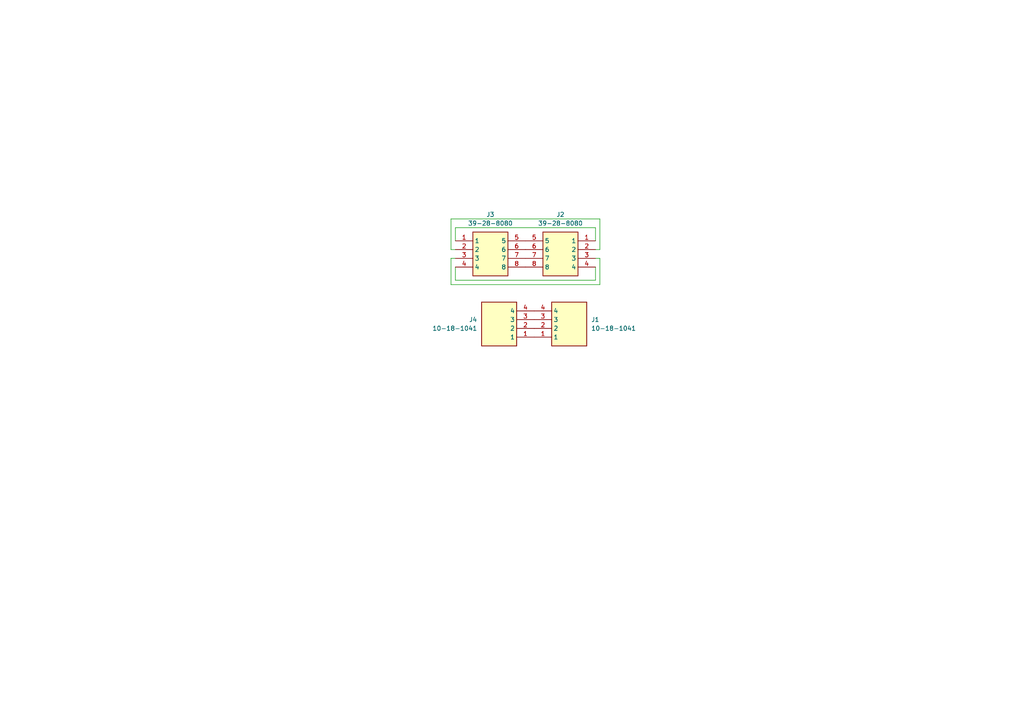
<source format=kicad_sch>
(kicad_sch (version 20250114) (generator "eeschema") (generator_version "9.0")
  (paper "A4")
  (lib_symbols
    (symbol "10-18-1041:10-18-1041"
      (property "Reference" "J" (at 16.51 7.62 0))
      (property "Value" "10-18-1041" (at 16.51 5.08 0))
      (symbol "10-18-1041_1_1"
        (rectangle (start 5.08 2.54) (end 15.24 -10.16) (stroke (width 0.254)) (fill (type background)))
        (pin passive line (at 0 0 0) (length 5.08) (name "4") (number "4"))
        (pin passive line (at 0 -2.54 0) (length 5.08) (name "3") (number "3"))
        (pin passive line (at 0 -5.08 0) (length 5.08) (name "2") (number "2"))
        (pin passive line (at 0 -7.62 0) (length 5.08) (name "1") (number "1"))
      )
    )
    (symbol "39-28-8080:39-28-8080"
      (property "Reference" "J" (at 16.51 7.62 0))
      (property "Value" "39-28-8080" (at 16.51 5.08 0))
      (symbol "39-28-8080_1_1"
        (rectangle (start 5.08 2.54) (end 15.24 -10.16) (stroke (width 0.254)) (fill (type background)))
        (pin passive line (at 0 0 0) (length 5.08) (name "5") (number "5"))
        (pin passive line (at 0 -2.54 0) (length 5.08) (name "6") (number "6"))
        (pin passive line (at 0 -5.08 0) (length 5.08) (name "7") (number "7"))
        (pin passive line (at 0 -7.62 0) (length 5.08) (name "8") (number "8"))
        (pin passive line (at 20.32 0 180) (length 5.08) (name "1") (number "1"))
        (pin passive line (at 20.32 -2.54 180) (length 5.08) (name "2") (number "2"))
        (pin passive line (at 20.32 -5.08 180) (length 5.08) (name "3") (number "3"))
        (pin passive line (at 20.32 -7.62 180) (length 5.08) (name "4") (number "4"))
      )
    )
  )
  (wire (pts (xy 172.72 74.93) (xy 173.99 74.93)))
  (wire (pts (xy 172.72 66.04) (xy 132.08 66.04)))
  (wire (pts (xy 130.81 72.39) (xy 130.81 63.5)))
  (wire (pts (xy 132.08 72.39) (xy 130.81 72.39)))
  (wire (pts (xy 172.72 81.28) (xy 172.72 77.47)))
  (wire (pts (xy 132.08 81.28) (xy 172.72 81.28)))
  (wire (pts (xy 173.99 63.5) (xy 173.99 72.39)))
  (wire (pts (xy 132.08 77.47) (xy 132.08 81.28)))
  (wire (pts (xy 130.81 82.55) (xy 130.81 74.93)))
  (wire (pts (xy 173.99 74.93) (xy 173.99 82.55)))
  (wire (pts (xy 132.08 66.04) (xy 132.08 69.85)))
  (wire (pts (xy 173.99 82.55) (xy 130.81 82.55)))
  (wire (pts (xy 130.81 63.5) (xy 173.99 63.5)))
  (wire (pts (xy 130.81 74.93) (xy 132.08 74.93)))
  (wire (pts (xy 173.99 72.39) (xy 172.72 72.39)))
  (wire (pts (xy 172.72 69.85) (xy 172.72 66.04)))
  (symbol (lib_id "10-18-1041:10-18-1041") (at 154.94 90.17 0) (mirror y) (unit 1)
    (property "Reference" "J4" (at 138.43 92.7099 0) (effects (justify left)))
    (property "Value" "10-18-1041" (at 138.43 95.2499 0) (effects (justify left)))
    (property "Footprint" "10181041" (effects (hide yes)))
    (property "Datasheet" "https://componentsearchengine.com/Datasheets/1/10-18-1041.pdf" (effects (hide yes)))
    (property "Description" "MOLEX - 10-18-1041 - Wire-To-Board Connector, 5.03 mm, 4 Contacts, Header, Standard .093\" 3099 Series, Through Hole" (effects (hide yes)))
    (property "Height" "11.05" (effects (hide yes)))
    (property "Mouser Part Number" "538-10-18-1041" (effects (hide yes)))
    (property "Mouser Price/Stock" "https://www.mouser.com/Search/Refine.aspx?Keyword=538-10-18-1041" (effects (hide yes)))
    (property "Manufacturer_Name" "Molex" (effects (hide yes)))
    (property "Manufacturer_Part_Number" "10-18-1041" (effects (hide yes)))
  )
  (symbol (lib_id "39-28-8080:39-28-8080") (at 152.4 69.85 0) (unit 1)
    (property "Reference" "J2" (at 162.56 62.23 0))
    (property "Value" "39-28-8080" (at 162.56 64.77 0))
    (property "Footprint" "39-28-8080" (effects (hide yes)))
    (property "Datasheet" "https://www.molex.com/pdm_docs/sd/039281023_sd.pdf" (effects (hide yes)))
    (property "Description" "Mini-Fit Jr. Vertical Header, 4.20mm Pitch, Dual Row, 2 Circuits, without Snap-in Plastic Peg PCB Lock, Tin, Natural" (effects (hide yes)))
    (property "Height" "12.8" (effects (hide yes)))
    (property "Mouser Part Number" "538-39-28-8080" (effects (hide yes)))
    (property "Mouser Price/Stock" "https://www.mouser.co.uk/ProductDetail/Molex/39-28-8080?qs=ZZBj1wiNDbku3KyLTMYOEQ%3D%3D" (effects (hide yes)))
    (property "Manufacturer_Name" "Molex" (effects (hide yes)))
    (property "Manufacturer_Part_Number" "39-28-8080" (effects (hide yes)))
  )
  (symbol (lib_id "39-28-8080:39-28-8080") (at 152.4 69.85 0) (mirror y) (unit 1)
    (property "Reference" "J3" (at 142.24 62.23 0))
    (property "Value" "39-28-8080" (at 142.24 64.77 0))
    (property "Footprint" "39-28-8080" (effects (hide yes)))
    (property "Datasheet" "https://www.molex.com/pdm_docs/sd/039281023_sd.pdf" (effects (hide yes)))
    (property "Description" "Mini-Fit Jr. Vertical Header, 4.20mm Pitch, Dual Row, 2 Circuits, without Snap-in Plastic Peg PCB Lock, Tin, Natural" (effects (hide yes)))
    (property "Height" "12.8" (effects (hide yes)))
    (property "Mouser Part Number" "538-39-28-8080" (effects (hide yes)))
    (property "Mouser Price/Stock" "https://www.mouser.co.uk/ProductDetail/Molex/39-28-8080?qs=ZZBj1wiNDbku3KyLTMYOEQ%3D%3D" (effects (hide yes)))
    (property "Manufacturer_Name" "Molex" (effects (hide yes)))
    (property "Manufacturer_Part_Number" "39-28-8080" (effects (hide yes)))
  )
  (symbol (lib_id "10-18-1041:10-18-1041") (at 154.94 90.17 0) (unit 1)
    (property "Reference" "J1" (at 171.45 92.7099 0) (effects (justify left)))
    (property "Value" "10-18-1041" (at 171.45 95.2499 0) (effects (justify left)))
    (property "Footprint" "10181041" (effects (hide yes)))
    (property "Datasheet" "https://componentsearchengine.com/Datasheets/1/10-18-1041.pdf" (effects (hide yes)))
    (property "Description" "MOLEX - 10-18-1041 - Wire-To-Board Connector, 5.03 mm, 4 Contacts, Header, Standard .093\" 3099 Series, Through Hole" (effects (hide yes)))
    (property "Height" "11.05" (effects (hide yes)))
    (property "Mouser Part Number" "538-10-18-1041" (effects (hide yes)))
    (property "Mouser Price/Stock" "https://www.mouser.com/Search/Refine.aspx?Keyword=538-10-18-1041" (effects (hide yes)))
    (property "Manufacturer_Name" "Molex" (effects (hide yes)))
    (property "Manufacturer_Part_Number" "10-18-1041" (effects (hide yes)))
  )
)
</source>
